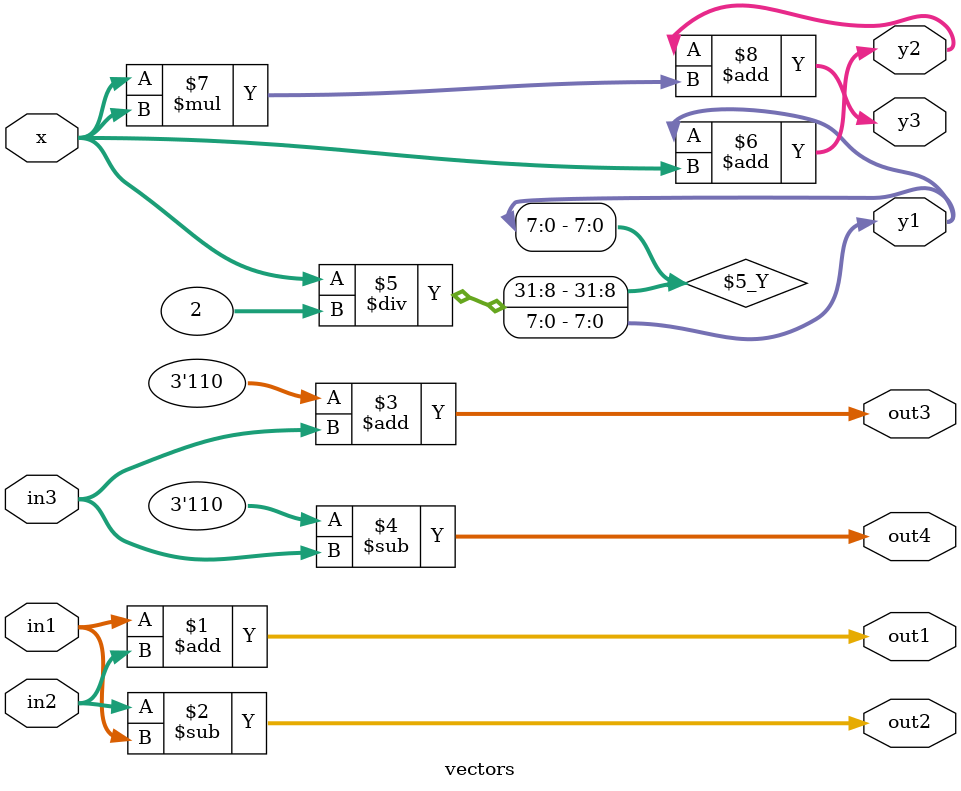
<source format=v>
`timescale 1ns / 1ps


module vectors(in1,in2,in3,x,out1,out2,out3,out4,y1,y2,y3);
    input [3:0] in1;
    input [3:0] in2;
    input [2:0] in3;
    input [7:0] x;
    output [4:0] out1;
    output [4:0] out2;
    output [3:0] out3;
    output [2:0] out4;
    output [7:0] y1;
    output [7:0] y2;
    output [7:0] y3;
    
    parameter count=3'b110;
    
    assign out1=in1+in2;
    assign out2=in2-in1;
    assign out3=count+in3;
    assign out4=count-in3;
    assign y1=x/2;
    assign y2= y1+x;
    assign y3=y2+(x*x);
endmodule

</source>
